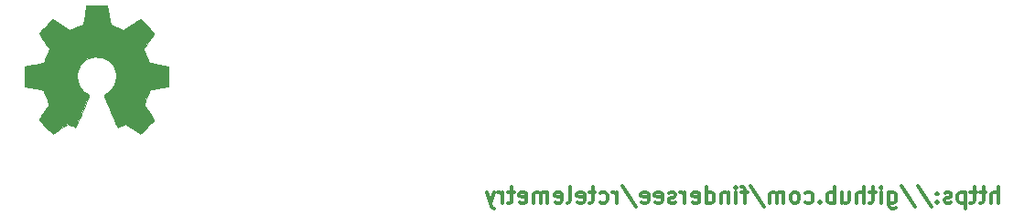
<source format=gbr>
%TF.GenerationSoftware,KiCad,Pcbnew,(5.0.0)*%
%TF.CreationDate,2019-05-29T21:58:33+03:00*%
%TF.ProjectId,Telemetry,54656C656D657472792E6B696361645F,0.1*%
%TF.SameCoordinates,Original*%
%TF.FileFunction,Legend,Bot*%
%TF.FilePolarity,Positive*%
%FSLAX46Y46*%
G04 Gerber Fmt 4.6, Leading zero omitted, Abs format (unit mm)*
G04 Created by KiCad (PCBNEW (5.0.0)) date 05/29/19 21:58:33*
%MOMM*%
%LPD*%
G01*
G04 APERTURE LIST*
%ADD10C,0.300000*%
%ADD11C,0.010000*%
%ADD12O,1.670000X1.120000*%
%ADD13O,1.070000X1.370000*%
%ADD14C,8.160000*%
%ADD15R,1.120000X1.120000*%
%ADD16O,1.120000X1.120000*%
%ADD17C,1.660000*%
%ADD18R,1.660000X1.660000*%
%ADD19R,1.200000X1.200000*%
%ADD20O,1.200000X1.200000*%
%ADD21R,2.392000X2.392000*%
%ADD22O,2.392000X2.392000*%
%ADD23O,2.060000X2.060000*%
%ADD24R,2.060000X2.060000*%
%ADD25R,2.160000X3.960000*%
%ADD26O,2.160000X3.960000*%
%ADD27C,1.860000*%
%ADD28O,6.360000X10.360000*%
%ADD29O,2.087200X2.087200*%
%ADD30R,2.087200X2.087200*%
%ADD31O,2.087200X2.392000*%
%ADD32R,2.087200X2.392000*%
%ADD33R,11.120000X9.520000*%
%ADD34C,3.560000*%
%ADD35C,2.358980*%
%ADD36R,1.360000X1.360000*%
%ADD37O,1.360000X1.360000*%
%ADD38C,1.560000*%
%ADD39C,1.160000*%
%ADD40C,1.010000*%
G04 APERTURE END LIST*
D10*
X151107142Y-117378571D02*
X151107142Y-115878571D01*
X150464285Y-117378571D02*
X150464285Y-116592857D01*
X150535714Y-116450000D01*
X150678571Y-116378571D01*
X150892857Y-116378571D01*
X151035714Y-116450000D01*
X151107142Y-116521428D01*
X149964285Y-116378571D02*
X149392857Y-116378571D01*
X149750000Y-115878571D02*
X149750000Y-117164285D01*
X149678571Y-117307142D01*
X149535714Y-117378571D01*
X149392857Y-117378571D01*
X149107142Y-116378571D02*
X148535714Y-116378571D01*
X148892857Y-115878571D02*
X148892857Y-117164285D01*
X148821428Y-117307142D01*
X148678571Y-117378571D01*
X148535714Y-117378571D01*
X148035714Y-116378571D02*
X148035714Y-117878571D01*
X148035714Y-116450000D02*
X147892857Y-116378571D01*
X147607142Y-116378571D01*
X147464285Y-116450000D01*
X147392857Y-116521428D01*
X147321428Y-116664285D01*
X147321428Y-117092857D01*
X147392857Y-117235714D01*
X147464285Y-117307142D01*
X147607142Y-117378571D01*
X147892857Y-117378571D01*
X148035714Y-117307142D01*
X146750000Y-117307142D02*
X146607142Y-117378571D01*
X146321428Y-117378571D01*
X146178571Y-117307142D01*
X146107142Y-117164285D01*
X146107142Y-117092857D01*
X146178571Y-116950000D01*
X146321428Y-116878571D01*
X146535714Y-116878571D01*
X146678571Y-116807142D01*
X146750000Y-116664285D01*
X146750000Y-116592857D01*
X146678571Y-116450000D01*
X146535714Y-116378571D01*
X146321428Y-116378571D01*
X146178571Y-116450000D01*
X145464285Y-117235714D02*
X145392857Y-117307142D01*
X145464285Y-117378571D01*
X145535714Y-117307142D01*
X145464285Y-117235714D01*
X145464285Y-117378571D01*
X145464285Y-116450000D02*
X145392857Y-116521428D01*
X145464285Y-116592857D01*
X145535714Y-116521428D01*
X145464285Y-116450000D01*
X145464285Y-116592857D01*
X143678571Y-115807142D02*
X144964285Y-117735714D01*
X142107142Y-115807142D02*
X143392857Y-117735714D01*
X140964285Y-116378571D02*
X140964285Y-117592857D01*
X141035714Y-117735714D01*
X141107142Y-117807142D01*
X141250000Y-117878571D01*
X141464285Y-117878571D01*
X141607142Y-117807142D01*
X140964285Y-117307142D02*
X141107142Y-117378571D01*
X141392857Y-117378571D01*
X141535714Y-117307142D01*
X141607142Y-117235714D01*
X141678571Y-117092857D01*
X141678571Y-116664285D01*
X141607142Y-116521428D01*
X141535714Y-116450000D01*
X141392857Y-116378571D01*
X141107142Y-116378571D01*
X140964285Y-116450000D01*
X140250000Y-117378571D02*
X140250000Y-116378571D01*
X140250000Y-115878571D02*
X140321428Y-115950000D01*
X140250000Y-116021428D01*
X140178571Y-115950000D01*
X140250000Y-115878571D01*
X140250000Y-116021428D01*
X139750000Y-116378571D02*
X139178571Y-116378571D01*
X139535714Y-115878571D02*
X139535714Y-117164285D01*
X139464285Y-117307142D01*
X139321428Y-117378571D01*
X139178571Y-117378571D01*
X138678571Y-117378571D02*
X138678571Y-115878571D01*
X138035714Y-117378571D02*
X138035714Y-116592857D01*
X138107142Y-116450000D01*
X138250000Y-116378571D01*
X138464285Y-116378571D01*
X138607142Y-116450000D01*
X138678571Y-116521428D01*
X136678571Y-116378571D02*
X136678571Y-117378571D01*
X137321428Y-116378571D02*
X137321428Y-117164285D01*
X137250000Y-117307142D01*
X137107142Y-117378571D01*
X136892857Y-117378571D01*
X136749999Y-117307142D01*
X136678571Y-117235714D01*
X135964285Y-117378571D02*
X135964285Y-115878571D01*
X135964285Y-116450000D02*
X135821428Y-116378571D01*
X135535714Y-116378571D01*
X135392857Y-116450000D01*
X135321428Y-116521428D01*
X135249999Y-116664285D01*
X135249999Y-117092857D01*
X135321428Y-117235714D01*
X135392857Y-117307142D01*
X135535714Y-117378571D01*
X135821428Y-117378571D01*
X135964285Y-117307142D01*
X134607142Y-117235714D02*
X134535714Y-117307142D01*
X134607142Y-117378571D01*
X134678571Y-117307142D01*
X134607142Y-117235714D01*
X134607142Y-117378571D01*
X133249999Y-117307142D02*
X133392857Y-117378571D01*
X133678571Y-117378571D01*
X133821428Y-117307142D01*
X133892857Y-117235714D01*
X133964285Y-117092857D01*
X133964285Y-116664285D01*
X133892857Y-116521428D01*
X133821428Y-116450000D01*
X133678571Y-116378571D01*
X133392857Y-116378571D01*
X133249999Y-116450000D01*
X132392857Y-117378571D02*
X132535714Y-117307142D01*
X132607142Y-117235714D01*
X132678571Y-117092857D01*
X132678571Y-116664285D01*
X132607142Y-116521428D01*
X132535714Y-116450000D01*
X132392857Y-116378571D01*
X132178571Y-116378571D01*
X132035714Y-116450000D01*
X131964285Y-116521428D01*
X131892857Y-116664285D01*
X131892857Y-117092857D01*
X131964285Y-117235714D01*
X132035714Y-117307142D01*
X132178571Y-117378571D01*
X132392857Y-117378571D01*
X131249999Y-117378571D02*
X131249999Y-116378571D01*
X131249999Y-116521428D02*
X131178571Y-116450000D01*
X131035714Y-116378571D01*
X130821428Y-116378571D01*
X130678571Y-116450000D01*
X130607142Y-116592857D01*
X130607142Y-117378571D01*
X130607142Y-116592857D02*
X130535714Y-116450000D01*
X130392857Y-116378571D01*
X130178571Y-116378571D01*
X130035714Y-116450000D01*
X129964285Y-116592857D01*
X129964285Y-117378571D01*
X128178571Y-115807142D02*
X129464285Y-117735714D01*
X127892857Y-116378571D02*
X127321428Y-116378571D01*
X127678571Y-117378571D02*
X127678571Y-116092857D01*
X127607142Y-115950000D01*
X127464285Y-115878571D01*
X127321428Y-115878571D01*
X126821428Y-117378571D02*
X126821428Y-116378571D01*
X126821428Y-115878571D02*
X126892857Y-115950000D01*
X126821428Y-116021428D01*
X126749999Y-115950000D01*
X126821428Y-115878571D01*
X126821428Y-116021428D01*
X126107142Y-116378571D02*
X126107142Y-117378571D01*
X126107142Y-116521428D02*
X126035714Y-116450000D01*
X125892857Y-116378571D01*
X125678571Y-116378571D01*
X125535714Y-116450000D01*
X125464285Y-116592857D01*
X125464285Y-117378571D01*
X124107142Y-117378571D02*
X124107142Y-115878571D01*
X124107142Y-117307142D02*
X124249999Y-117378571D01*
X124535714Y-117378571D01*
X124678571Y-117307142D01*
X124749999Y-117235714D01*
X124821428Y-117092857D01*
X124821428Y-116664285D01*
X124749999Y-116521428D01*
X124678571Y-116450000D01*
X124535714Y-116378571D01*
X124249999Y-116378571D01*
X124107142Y-116450000D01*
X122821428Y-117307142D02*
X122964285Y-117378571D01*
X123249999Y-117378571D01*
X123392857Y-117307142D01*
X123464285Y-117164285D01*
X123464285Y-116592857D01*
X123392857Y-116450000D01*
X123249999Y-116378571D01*
X122964285Y-116378571D01*
X122821428Y-116450000D01*
X122749999Y-116592857D01*
X122749999Y-116735714D01*
X123464285Y-116878571D01*
X122107142Y-117378571D02*
X122107142Y-116378571D01*
X122107142Y-116664285D02*
X122035714Y-116521428D01*
X121964285Y-116450000D01*
X121821428Y-116378571D01*
X121678571Y-116378571D01*
X121249999Y-117307142D02*
X121107142Y-117378571D01*
X120821428Y-117378571D01*
X120678571Y-117307142D01*
X120607142Y-117164285D01*
X120607142Y-117092857D01*
X120678571Y-116950000D01*
X120821428Y-116878571D01*
X121035714Y-116878571D01*
X121178571Y-116807142D01*
X121249999Y-116664285D01*
X121249999Y-116592857D01*
X121178571Y-116450000D01*
X121035714Y-116378571D01*
X120821428Y-116378571D01*
X120678571Y-116450000D01*
X119392857Y-117307142D02*
X119535714Y-117378571D01*
X119821428Y-117378571D01*
X119964285Y-117307142D01*
X120035714Y-117164285D01*
X120035714Y-116592857D01*
X119964285Y-116450000D01*
X119821428Y-116378571D01*
X119535714Y-116378571D01*
X119392857Y-116450000D01*
X119321428Y-116592857D01*
X119321428Y-116735714D01*
X120035714Y-116878571D01*
X118107142Y-117307142D02*
X118249999Y-117378571D01*
X118535714Y-117378571D01*
X118678571Y-117307142D01*
X118749999Y-117164285D01*
X118749999Y-116592857D01*
X118678571Y-116450000D01*
X118535714Y-116378571D01*
X118249999Y-116378571D01*
X118107142Y-116450000D01*
X118035714Y-116592857D01*
X118035714Y-116735714D01*
X118749999Y-116878571D01*
X116321428Y-115807142D02*
X117607142Y-117735714D01*
X115821428Y-117378571D02*
X115821428Y-116378571D01*
X115821428Y-116664285D02*
X115749999Y-116521428D01*
X115678571Y-116450000D01*
X115535714Y-116378571D01*
X115392857Y-116378571D01*
X114249999Y-117307142D02*
X114392857Y-117378571D01*
X114678571Y-117378571D01*
X114821428Y-117307142D01*
X114892857Y-117235714D01*
X114964285Y-117092857D01*
X114964285Y-116664285D01*
X114892857Y-116521428D01*
X114821428Y-116450000D01*
X114678571Y-116378571D01*
X114392857Y-116378571D01*
X114249999Y-116450000D01*
X113821428Y-116378571D02*
X113249999Y-116378571D01*
X113607142Y-115878571D02*
X113607142Y-117164285D01*
X113535714Y-117307142D01*
X113392857Y-117378571D01*
X113249999Y-117378571D01*
X112178571Y-117307142D02*
X112321428Y-117378571D01*
X112607142Y-117378571D01*
X112749999Y-117307142D01*
X112821428Y-117164285D01*
X112821428Y-116592857D01*
X112749999Y-116450000D01*
X112607142Y-116378571D01*
X112321428Y-116378571D01*
X112178571Y-116450000D01*
X112107142Y-116592857D01*
X112107142Y-116735714D01*
X112821428Y-116878571D01*
X111249999Y-117378571D02*
X111392857Y-117307142D01*
X111464285Y-117164285D01*
X111464285Y-115878571D01*
X110107142Y-117307142D02*
X110249999Y-117378571D01*
X110535714Y-117378571D01*
X110678571Y-117307142D01*
X110749999Y-117164285D01*
X110749999Y-116592857D01*
X110678571Y-116450000D01*
X110535714Y-116378571D01*
X110249999Y-116378571D01*
X110107142Y-116450000D01*
X110035714Y-116592857D01*
X110035714Y-116735714D01*
X110749999Y-116878571D01*
X109392857Y-117378571D02*
X109392857Y-116378571D01*
X109392857Y-116521428D02*
X109321428Y-116450000D01*
X109178571Y-116378571D01*
X108964285Y-116378571D01*
X108821428Y-116450000D01*
X108749999Y-116592857D01*
X108749999Y-117378571D01*
X108749999Y-116592857D02*
X108678571Y-116450000D01*
X108535714Y-116378571D01*
X108321428Y-116378571D01*
X108178571Y-116450000D01*
X108107142Y-116592857D01*
X108107142Y-117378571D01*
X106821428Y-117307142D02*
X106964285Y-117378571D01*
X107249999Y-117378571D01*
X107392857Y-117307142D01*
X107464285Y-117164285D01*
X107464285Y-116592857D01*
X107392857Y-116450000D01*
X107249999Y-116378571D01*
X106964285Y-116378571D01*
X106821428Y-116450000D01*
X106749999Y-116592857D01*
X106749999Y-116735714D01*
X107464285Y-116878571D01*
X106321428Y-116378571D02*
X105749999Y-116378571D01*
X106107142Y-115878571D02*
X106107142Y-117164285D01*
X106035714Y-117307142D01*
X105892857Y-117378571D01*
X105749999Y-117378571D01*
X105249999Y-117378571D02*
X105249999Y-116378571D01*
X105249999Y-116664285D02*
X105178571Y-116521428D01*
X105107142Y-116450000D01*
X104964285Y-116378571D01*
X104821428Y-116378571D01*
X104464285Y-116378571D02*
X104107142Y-117378571D01*
X103749999Y-116378571D02*
X104107142Y-117378571D01*
X104249999Y-117735714D01*
X104321428Y-117807142D01*
X104464285Y-117878571D01*
D11*
G36*
X66580197Y-99900640D02*
X66411324Y-100796427D01*
X65788204Y-101053298D01*
X65165084Y-101310168D01*
X64417547Y-100801849D01*
X64208198Y-100660316D01*
X64018957Y-100533945D01*
X63858657Y-100428507D01*
X63736126Y-100349770D01*
X63660198Y-100303505D01*
X63639520Y-100293529D01*
X63602269Y-100319186D01*
X63522668Y-100390115D01*
X63409639Y-100497257D01*
X63272105Y-100631550D01*
X63118988Y-100783934D01*
X62959211Y-100945347D01*
X62801695Y-101106730D01*
X62655363Y-101259022D01*
X62529137Y-101393162D01*
X62431940Y-101500089D01*
X62372693Y-101570742D01*
X62358529Y-101594388D01*
X62378913Y-101637979D01*
X62436059Y-101733481D01*
X62523959Y-101871550D01*
X62636604Y-102042845D01*
X62767987Y-102238025D01*
X62844118Y-102349352D01*
X62982882Y-102552633D01*
X63106189Y-102736073D01*
X63208055Y-102890542D01*
X63282499Y-103006909D01*
X63323539Y-103076042D01*
X63329706Y-103090570D01*
X63315726Y-103131860D01*
X63277618Y-103228092D01*
X63221133Y-103365734D01*
X63152020Y-103531258D01*
X63076030Y-103711132D01*
X62998911Y-103891828D01*
X62926415Y-104059814D01*
X62864291Y-104201560D01*
X62818288Y-104303537D01*
X62794157Y-104352214D01*
X62792733Y-104354130D01*
X62754842Y-104363425D01*
X62653931Y-104384160D01*
X62500460Y-104414298D01*
X62304888Y-104451801D01*
X62077675Y-104494629D01*
X61945109Y-104519326D01*
X61702321Y-104565553D01*
X61483026Y-104609540D01*
X61298319Y-104648881D01*
X61159295Y-104681169D01*
X61077048Y-104703997D01*
X61060515Y-104711240D01*
X61044322Y-104760261D01*
X61031256Y-104870977D01*
X61021309Y-105030438D01*
X61014472Y-105225700D01*
X61010736Y-105443814D01*
X61010093Y-105671835D01*
X61012532Y-105896815D01*
X61018047Y-106105809D01*
X61026626Y-106285868D01*
X61038263Y-106424047D01*
X61052948Y-106507398D01*
X61061755Y-106524750D01*
X61114401Y-106545548D01*
X61225957Y-106575282D01*
X61381665Y-106610459D01*
X61566771Y-106647586D01*
X61631387Y-106659597D01*
X61942929Y-106716662D01*
X62189024Y-106762618D01*
X62377805Y-106799293D01*
X62517402Y-106828513D01*
X62615948Y-106852104D01*
X62681574Y-106871892D01*
X62722411Y-106889706D01*
X62746591Y-106907370D01*
X62749974Y-106910861D01*
X62783745Y-106967100D01*
X62835263Y-107076547D01*
X62899383Y-107225800D01*
X62970961Y-107401459D01*
X63044854Y-107590121D01*
X63115917Y-107778385D01*
X63179007Y-107952848D01*
X63228979Y-108100108D01*
X63260688Y-108206764D01*
X63268992Y-108259413D01*
X63268300Y-108261257D01*
X63240164Y-108304292D01*
X63176335Y-108398978D01*
X63083520Y-108535460D01*
X62968427Y-108703882D01*
X62837763Y-108894390D01*
X62800552Y-108948529D01*
X62667871Y-109144804D01*
X62551117Y-109323886D01*
X62456651Y-109475492D01*
X62390832Y-109589338D01*
X62360022Y-109655141D01*
X62358529Y-109663225D01*
X62384416Y-109705715D01*
X62455946Y-109789891D01*
X62563924Y-109906705D01*
X62699154Y-110047110D01*
X62852442Y-110202061D01*
X63014591Y-110362509D01*
X63176407Y-110519409D01*
X63328694Y-110663713D01*
X63462257Y-110786376D01*
X63567900Y-110878350D01*
X63636428Y-110930589D01*
X63655386Y-110939118D01*
X63699513Y-110919029D01*
X63789858Y-110864849D01*
X63911705Y-110785704D01*
X64005454Y-110722001D01*
X64175322Y-110605110D01*
X64376488Y-110467476D01*
X64578267Y-110330063D01*
X64686750Y-110256519D01*
X65053942Y-110008155D01*
X65362174Y-110174813D01*
X65502596Y-110247822D01*
X65622004Y-110304571D01*
X65702798Y-110336937D01*
X65723364Y-110341441D01*
X65748094Y-110308189D01*
X65796882Y-110214224D01*
X65866087Y-110068213D01*
X65952065Y-109878824D01*
X66051176Y-109654724D01*
X66159776Y-109404581D01*
X66274225Y-109137063D01*
X66390880Y-108860836D01*
X66506099Y-108584568D01*
X66616240Y-108316927D01*
X66717661Y-108066580D01*
X66806720Y-107842195D01*
X66879775Y-107652439D01*
X66933184Y-107505980D01*
X66963305Y-107411485D01*
X66968149Y-107379031D01*
X66929755Y-107337636D01*
X66845692Y-107270438D01*
X66733533Y-107191400D01*
X66724119Y-107185147D01*
X66434232Y-106953103D01*
X66200488Y-106682386D01*
X66024913Y-106381653D01*
X65909531Y-106059561D01*
X65856370Y-105724765D01*
X65867453Y-105385922D01*
X65944808Y-105051688D01*
X66090460Y-104730719D01*
X66133312Y-104660495D01*
X66356198Y-104376927D01*
X66619509Y-104149218D01*
X66914135Y-103978551D01*
X67230959Y-103866112D01*
X67560870Y-103813083D01*
X67894754Y-103820651D01*
X68223497Y-103889998D01*
X68537986Y-104022309D01*
X68829107Y-104218768D01*
X68919160Y-104298506D01*
X69148347Y-104548108D01*
X69315354Y-104810868D01*
X69429915Y-105105399D01*
X69493719Y-105397075D01*
X69509470Y-105725012D01*
X69456949Y-106054577D01*
X69341490Y-106374630D01*
X69168429Y-106674032D01*
X68943101Y-106941643D01*
X68670840Y-107166325D01*
X68635058Y-107190008D01*
X68521698Y-107267568D01*
X68435522Y-107334768D01*
X68394323Y-107377675D01*
X68393724Y-107379031D01*
X68402569Y-107425446D01*
X68437631Y-107530786D01*
X68495267Y-107686388D01*
X68571834Y-107883584D01*
X68663686Y-108113710D01*
X68767183Y-108368101D01*
X68878679Y-108638090D01*
X68994532Y-108915012D01*
X69111097Y-109190201D01*
X69224733Y-109454993D01*
X69331794Y-109700721D01*
X69428638Y-109918721D01*
X69511621Y-110100326D01*
X69577099Y-110236871D01*
X69621431Y-110319690D01*
X69639283Y-110341441D01*
X69693834Y-110324504D01*
X69795905Y-110279077D01*
X69927895Y-110213280D01*
X70000474Y-110174813D01*
X70308705Y-110008155D01*
X70675897Y-110256519D01*
X70863340Y-110383754D01*
X71068557Y-110523773D01*
X71260867Y-110655612D01*
X71357193Y-110722001D01*
X71492673Y-110812976D01*
X71607393Y-110885071D01*
X71686388Y-110929154D01*
X71712046Y-110938473D01*
X71749391Y-110913334D01*
X71832042Y-110843154D01*
X71951985Y-110735220D01*
X72101209Y-110596818D01*
X72271699Y-110435235D01*
X72379526Y-110331488D01*
X72568172Y-110146135D01*
X72731205Y-109980351D01*
X72862032Y-109841227D01*
X72954065Y-109735856D01*
X73000713Y-109671329D01*
X73005188Y-109658234D01*
X72984420Y-109608425D01*
X72927031Y-109507713D01*
X72839387Y-109366295D01*
X72727854Y-109194367D01*
X72598797Y-109002124D01*
X72562096Y-108948529D01*
X72428368Y-108753733D01*
X72308393Y-108578353D01*
X72208879Y-108432243D01*
X72136533Y-108325258D01*
X72098064Y-108267255D01*
X72094347Y-108261257D01*
X72099905Y-108215032D01*
X72129407Y-108113398D01*
X72177709Y-107969758D01*
X72239667Y-107797514D01*
X72310137Y-107610066D01*
X72383975Y-107420818D01*
X72456037Y-107243171D01*
X72521178Y-107090527D01*
X72574255Y-106976288D01*
X72610123Y-106913856D01*
X72612673Y-106910861D01*
X72634606Y-106893019D01*
X72671652Y-106875374D01*
X72731941Y-106856101D01*
X72823604Y-106833374D01*
X72954774Y-106805364D01*
X73133582Y-106770247D01*
X73368158Y-106726195D01*
X73666635Y-106671382D01*
X73731260Y-106659597D01*
X73922794Y-106622591D01*
X74089769Y-106586389D01*
X74217432Y-106554485D01*
X74291024Y-106530372D01*
X74300892Y-106524750D01*
X74317153Y-106474910D01*
X74330370Y-106363532D01*
X74340536Y-106203563D01*
X74347640Y-106007950D01*
X74351674Y-105789640D01*
X74352630Y-105561579D01*
X74350498Y-105336714D01*
X74345269Y-105127991D01*
X74336935Y-104948358D01*
X74325487Y-104810762D01*
X74310916Y-104728148D01*
X74302132Y-104711240D01*
X74253230Y-104694184D01*
X74141873Y-104666436D01*
X73979156Y-104630403D01*
X73776174Y-104588493D01*
X73544021Y-104543111D01*
X73417538Y-104519326D01*
X73177555Y-104474465D01*
X72963549Y-104433825D01*
X72785978Y-104399446D01*
X72655302Y-104373365D01*
X72581982Y-104357621D01*
X72569915Y-104354130D01*
X72549519Y-104314779D01*
X72506406Y-104219993D01*
X72446321Y-104083315D01*
X72375013Y-103918286D01*
X72298227Y-103738447D01*
X72221710Y-103557340D01*
X72151210Y-103388507D01*
X72092473Y-103245488D01*
X72051246Y-103141826D01*
X72033276Y-103091061D01*
X72032941Y-103088842D01*
X72053313Y-103048796D01*
X72110427Y-102956639D01*
X72198279Y-102821533D01*
X72310867Y-102652635D01*
X72442189Y-102459105D01*
X72518529Y-102347941D01*
X72657636Y-102144116D01*
X72781188Y-101959063D01*
X72883158Y-101802146D01*
X72957517Y-101682724D01*
X72998237Y-101610160D01*
X73004118Y-101593893D01*
X72978837Y-101556030D01*
X72908948Y-101475186D01*
X72803377Y-101360419D01*
X72671052Y-101220785D01*
X72520901Y-101065342D01*
X72361852Y-100903146D01*
X72202833Y-100743254D01*
X72052771Y-100594724D01*
X71920594Y-100466613D01*
X71815230Y-100367977D01*
X71745607Y-100307873D01*
X71722315Y-100293529D01*
X71684390Y-100313699D01*
X71593683Y-100370363D01*
X71459011Y-100457753D01*
X71289195Y-100570100D01*
X71093054Y-100701638D01*
X70945100Y-100801849D01*
X70197564Y-101310168D01*
X69574444Y-101053298D01*
X68951324Y-100796427D01*
X68613576Y-99004853D01*
X66749071Y-99004853D01*
X66580197Y-99900640D01*
X66580197Y-99900640D01*
G37*
X66580197Y-99900640D02*
X66411324Y-100796427D01*
X65788204Y-101053298D01*
X65165084Y-101310168D01*
X64417547Y-100801849D01*
X64208198Y-100660316D01*
X64018957Y-100533945D01*
X63858657Y-100428507D01*
X63736126Y-100349770D01*
X63660198Y-100303505D01*
X63639520Y-100293529D01*
X63602269Y-100319186D01*
X63522668Y-100390115D01*
X63409639Y-100497257D01*
X63272105Y-100631550D01*
X63118988Y-100783934D01*
X62959211Y-100945347D01*
X62801695Y-101106730D01*
X62655363Y-101259022D01*
X62529137Y-101393162D01*
X62431940Y-101500089D01*
X62372693Y-101570742D01*
X62358529Y-101594388D01*
X62378913Y-101637979D01*
X62436059Y-101733481D01*
X62523959Y-101871550D01*
X62636604Y-102042845D01*
X62767987Y-102238025D01*
X62844118Y-102349352D01*
X62982882Y-102552633D01*
X63106189Y-102736073D01*
X63208055Y-102890542D01*
X63282499Y-103006909D01*
X63323539Y-103076042D01*
X63329706Y-103090570D01*
X63315726Y-103131860D01*
X63277618Y-103228092D01*
X63221133Y-103365734D01*
X63152020Y-103531258D01*
X63076030Y-103711132D01*
X62998911Y-103891828D01*
X62926415Y-104059814D01*
X62864291Y-104201560D01*
X62818288Y-104303537D01*
X62794157Y-104352214D01*
X62792733Y-104354130D01*
X62754842Y-104363425D01*
X62653931Y-104384160D01*
X62500460Y-104414298D01*
X62304888Y-104451801D01*
X62077675Y-104494629D01*
X61945109Y-104519326D01*
X61702321Y-104565553D01*
X61483026Y-104609540D01*
X61298319Y-104648881D01*
X61159295Y-104681169D01*
X61077048Y-104703997D01*
X61060515Y-104711240D01*
X61044322Y-104760261D01*
X61031256Y-104870977D01*
X61021309Y-105030438D01*
X61014472Y-105225700D01*
X61010736Y-105443814D01*
X61010093Y-105671835D01*
X61012532Y-105896815D01*
X61018047Y-106105809D01*
X61026626Y-106285868D01*
X61038263Y-106424047D01*
X61052948Y-106507398D01*
X61061755Y-106524750D01*
X61114401Y-106545548D01*
X61225957Y-106575282D01*
X61381665Y-106610459D01*
X61566771Y-106647586D01*
X61631387Y-106659597D01*
X61942929Y-106716662D01*
X62189024Y-106762618D01*
X62377805Y-106799293D01*
X62517402Y-106828513D01*
X62615948Y-106852104D01*
X62681574Y-106871892D01*
X62722411Y-106889706D01*
X62746591Y-106907370D01*
X62749974Y-106910861D01*
X62783745Y-106967100D01*
X62835263Y-107076547D01*
X62899383Y-107225800D01*
X62970961Y-107401459D01*
X63044854Y-107590121D01*
X63115917Y-107778385D01*
X63179007Y-107952848D01*
X63228979Y-108100108D01*
X63260688Y-108206764D01*
X63268992Y-108259413D01*
X63268300Y-108261257D01*
X63240164Y-108304292D01*
X63176335Y-108398978D01*
X63083520Y-108535460D01*
X62968427Y-108703882D01*
X62837763Y-108894390D01*
X62800552Y-108948529D01*
X62667871Y-109144804D01*
X62551117Y-109323886D01*
X62456651Y-109475492D01*
X62390832Y-109589338D01*
X62360022Y-109655141D01*
X62358529Y-109663225D01*
X62384416Y-109705715D01*
X62455946Y-109789891D01*
X62563924Y-109906705D01*
X62699154Y-110047110D01*
X62852442Y-110202061D01*
X63014591Y-110362509D01*
X63176407Y-110519409D01*
X63328694Y-110663713D01*
X63462257Y-110786376D01*
X63567900Y-110878350D01*
X63636428Y-110930589D01*
X63655386Y-110939118D01*
X63699513Y-110919029D01*
X63789858Y-110864849D01*
X63911705Y-110785704D01*
X64005454Y-110722001D01*
X64175322Y-110605110D01*
X64376488Y-110467476D01*
X64578267Y-110330063D01*
X64686750Y-110256519D01*
X65053942Y-110008155D01*
X65362174Y-110174813D01*
X65502596Y-110247822D01*
X65622004Y-110304571D01*
X65702798Y-110336937D01*
X65723364Y-110341441D01*
X65748094Y-110308189D01*
X65796882Y-110214224D01*
X65866087Y-110068213D01*
X65952065Y-109878824D01*
X66051176Y-109654724D01*
X66159776Y-109404581D01*
X66274225Y-109137063D01*
X66390880Y-108860836D01*
X66506099Y-108584568D01*
X66616240Y-108316927D01*
X66717661Y-108066580D01*
X66806720Y-107842195D01*
X66879775Y-107652439D01*
X66933184Y-107505980D01*
X66963305Y-107411485D01*
X66968149Y-107379031D01*
X66929755Y-107337636D01*
X66845692Y-107270438D01*
X66733533Y-107191400D01*
X66724119Y-107185147D01*
X66434232Y-106953103D01*
X66200488Y-106682386D01*
X66024913Y-106381653D01*
X65909531Y-106059561D01*
X65856370Y-105724765D01*
X65867453Y-105385922D01*
X65944808Y-105051688D01*
X66090460Y-104730719D01*
X66133312Y-104660495D01*
X66356198Y-104376927D01*
X66619509Y-104149218D01*
X66914135Y-103978551D01*
X67230959Y-103866112D01*
X67560870Y-103813083D01*
X67894754Y-103820651D01*
X68223497Y-103889998D01*
X68537986Y-104022309D01*
X68829107Y-104218768D01*
X68919160Y-104298506D01*
X69148347Y-104548108D01*
X69315354Y-104810868D01*
X69429915Y-105105399D01*
X69493719Y-105397075D01*
X69509470Y-105725012D01*
X69456949Y-106054577D01*
X69341490Y-106374630D01*
X69168429Y-106674032D01*
X68943101Y-106941643D01*
X68670840Y-107166325D01*
X68635058Y-107190008D01*
X68521698Y-107267568D01*
X68435522Y-107334768D01*
X68394323Y-107377675D01*
X68393724Y-107379031D01*
X68402569Y-107425446D01*
X68437631Y-107530786D01*
X68495267Y-107686388D01*
X68571834Y-107883584D01*
X68663686Y-108113710D01*
X68767183Y-108368101D01*
X68878679Y-108638090D01*
X68994532Y-108915012D01*
X69111097Y-109190201D01*
X69224733Y-109454993D01*
X69331794Y-109700721D01*
X69428638Y-109918721D01*
X69511621Y-110100326D01*
X69577099Y-110236871D01*
X69621431Y-110319690D01*
X69639283Y-110341441D01*
X69693834Y-110324504D01*
X69795905Y-110279077D01*
X69927895Y-110213280D01*
X70000474Y-110174813D01*
X70308705Y-110008155D01*
X70675897Y-110256519D01*
X70863340Y-110383754D01*
X71068557Y-110523773D01*
X71260867Y-110655612D01*
X71357193Y-110722001D01*
X71492673Y-110812976D01*
X71607393Y-110885071D01*
X71686388Y-110929154D01*
X71712046Y-110938473D01*
X71749391Y-110913334D01*
X71832042Y-110843154D01*
X71951985Y-110735220D01*
X72101209Y-110596818D01*
X72271699Y-110435235D01*
X72379526Y-110331488D01*
X72568172Y-110146135D01*
X72731205Y-109980351D01*
X72862032Y-109841227D01*
X72954065Y-109735856D01*
X73000713Y-109671329D01*
X73005188Y-109658234D01*
X72984420Y-109608425D01*
X72927031Y-109507713D01*
X72839387Y-109366295D01*
X72727854Y-109194367D01*
X72598797Y-109002124D01*
X72562096Y-108948529D01*
X72428368Y-108753733D01*
X72308393Y-108578353D01*
X72208879Y-108432243D01*
X72136533Y-108325258D01*
X72098064Y-108267255D01*
X72094347Y-108261257D01*
X72099905Y-108215032D01*
X72129407Y-108113398D01*
X72177709Y-107969758D01*
X72239667Y-107797514D01*
X72310137Y-107610066D01*
X72383975Y-107420818D01*
X72456037Y-107243171D01*
X72521178Y-107090527D01*
X72574255Y-106976288D01*
X72610123Y-106913856D01*
X72612673Y-106910861D01*
X72634606Y-106893019D01*
X72671652Y-106875374D01*
X72731941Y-106856101D01*
X72823604Y-106833374D01*
X72954774Y-106805364D01*
X73133582Y-106770247D01*
X73368158Y-106726195D01*
X73666635Y-106671382D01*
X73731260Y-106659597D01*
X73922794Y-106622591D01*
X74089769Y-106586389D01*
X74217432Y-106554485D01*
X74291024Y-106530372D01*
X74300892Y-106524750D01*
X74317153Y-106474910D01*
X74330370Y-106363532D01*
X74340536Y-106203563D01*
X74347640Y-106007950D01*
X74351674Y-105789640D01*
X74352630Y-105561579D01*
X74350498Y-105336714D01*
X74345269Y-105127991D01*
X74336935Y-104948358D01*
X74325487Y-104810762D01*
X74310916Y-104728148D01*
X74302132Y-104711240D01*
X74253230Y-104694184D01*
X74141873Y-104666436D01*
X73979156Y-104630403D01*
X73776174Y-104588493D01*
X73544021Y-104543111D01*
X73417538Y-104519326D01*
X73177555Y-104474465D01*
X72963549Y-104433825D01*
X72785978Y-104399446D01*
X72655302Y-104373365D01*
X72581982Y-104357621D01*
X72569915Y-104354130D01*
X72549519Y-104314779D01*
X72506406Y-104219993D01*
X72446321Y-104083315D01*
X72375013Y-103918286D01*
X72298227Y-103738447D01*
X72221710Y-103557340D01*
X72151210Y-103388507D01*
X72092473Y-103245488D01*
X72051246Y-103141826D01*
X72033276Y-103091061D01*
X72032941Y-103088842D01*
X72053313Y-103048796D01*
X72110427Y-102956639D01*
X72198279Y-102821533D01*
X72310867Y-102652635D01*
X72442189Y-102459105D01*
X72518529Y-102347941D01*
X72657636Y-102144116D01*
X72781188Y-101959063D01*
X72883158Y-101802146D01*
X72957517Y-101682724D01*
X72998237Y-101610160D01*
X73004118Y-101593893D01*
X72978837Y-101556030D01*
X72908948Y-101475186D01*
X72803377Y-101360419D01*
X72671052Y-101220785D01*
X72520901Y-101065342D01*
X72361852Y-100903146D01*
X72202833Y-100743254D01*
X72052771Y-100594724D01*
X71920594Y-100466613D01*
X71815230Y-100367977D01*
X71745607Y-100307873D01*
X71722315Y-100293529D01*
X71684390Y-100313699D01*
X71593683Y-100370363D01*
X71459011Y-100457753D01*
X71289195Y-100570100D01*
X71093054Y-100701638D01*
X70945100Y-100801849D01*
X70197564Y-101310168D01*
X69574444Y-101053298D01*
X68951324Y-100796427D01*
X68613576Y-99004853D01*
X66749071Y-99004853D01*
X66580197Y-99900640D01*
%LPC*%
D12*
X155350000Y-52425000D03*
X155350000Y-59675000D03*
D13*
X152670000Y-53625000D03*
X152670000Y-58475000D03*
D14*
X115100000Y-46400000D03*
X105100000Y-46400000D03*
X83100000Y-46400000D03*
X73100000Y-46400000D03*
X65000000Y-73500000D03*
X65000000Y-83500000D03*
D15*
X129100000Y-57100000D03*
D16*
X129100000Y-55830000D03*
D17*
X117300000Y-105450000D03*
D18*
X114800000Y-105450000D03*
D19*
X127000000Y-51300000D03*
D20*
X128270000Y-51300000D03*
D21*
X138300000Y-59400000D03*
D22*
X135760000Y-59400000D03*
X149250000Y-67640000D03*
D21*
X149250000Y-65100000D03*
D23*
X148450000Y-107290000D03*
D24*
X148450000Y-104750000D03*
D23*
X148450000Y-100590000D03*
D24*
X148450000Y-98050000D03*
D23*
X148450000Y-93850000D03*
D24*
X148450000Y-91310000D03*
D25*
X77300000Y-115000000D03*
D26*
X81110000Y-115000000D03*
D24*
X148450000Y-84800000D03*
D23*
X148450000Y-87340000D03*
D24*
X148450000Y-78100000D03*
D23*
X148450000Y-80640000D03*
D24*
X148450000Y-71500000D03*
D23*
X148450000Y-74040000D03*
D27*
X118500000Y-58910000D03*
X118500000Y-55090000D03*
X118500000Y-57000000D03*
D28*
X97100000Y-51500000D03*
X97100000Y-62500000D03*
D27*
X86500000Y-58910000D03*
X86500000Y-55090000D03*
X86500000Y-57000000D03*
D28*
X65100000Y-51500000D03*
X65100000Y-62500000D03*
D26*
X91210000Y-115000000D03*
D25*
X87400000Y-115000000D03*
D29*
X137680000Y-47310000D03*
X137680000Y-49850000D03*
X135140000Y-47310000D03*
X135140000Y-49850000D03*
X132600000Y-47310000D03*
D30*
X132600000Y-49850000D03*
D18*
X110500000Y-82000000D03*
D17*
X108000000Y-82000000D03*
D18*
X110400000Y-73700000D03*
D17*
X107900000Y-73700000D03*
X88300000Y-76800000D03*
D18*
X90800000Y-76800000D03*
D29*
X155290000Y-67630000D03*
X152750000Y-67630000D03*
X155290000Y-65090000D03*
X152750000Y-65090000D03*
X155290000Y-62550000D03*
D30*
X152750000Y-62550000D03*
D31*
X137480000Y-67350000D03*
X140020000Y-67350000D03*
X142560000Y-67350000D03*
D32*
X145100000Y-67350000D03*
D33*
X99375000Y-74400000D03*
D30*
X132600000Y-55700000D03*
D29*
X132600000Y-53160000D03*
X135140000Y-55700000D03*
X135140000Y-53160000D03*
X137680000Y-55700000D03*
X137680000Y-53160000D03*
X140220000Y-55700000D03*
X140220000Y-53160000D03*
X142760000Y-55700000D03*
X142760000Y-53160000D03*
X145300000Y-55700000D03*
X145300000Y-53160000D03*
D34*
X64000000Y-42000000D03*
X64000000Y-116000000D03*
X156000000Y-42000000D03*
X156000000Y-116000000D03*
D24*
X119200000Y-82000000D03*
D23*
X119200000Y-84540000D03*
D35*
X140840000Y-44000000D03*
X143380000Y-44000000D03*
X148460000Y-44000000D03*
X151000000Y-44000000D03*
X145920000Y-44000000D03*
D36*
X150970000Y-48100000D03*
D37*
X149700000Y-48100000D03*
D38*
X99400000Y-78300000D03*
X99400000Y-70300000D03*
X104150000Y-74400000D03*
X94600000Y-74400000D03*
X94600000Y-78450000D03*
X94600000Y-70300000D03*
D39*
X116850000Y-77200000D03*
D38*
X104150000Y-70300000D03*
X104150000Y-78450000D03*
D40*
X131000000Y-70700000D03*
X131456193Y-63272459D03*
X141800000Y-62700000D03*
D39*
X126725003Y-59100000D03*
X86320000Y-86490000D03*
X84000000Y-81800000D03*
X72000000Y-78700000D03*
X70500000Y-77100000D03*
X74700000Y-70200000D03*
X85100000Y-70800000D03*
X90700000Y-73300000D03*
X93300000Y-101400000D03*
X74800000Y-109800000D03*
X61100000Y-79500000D03*
D38*
X140100000Y-88500000D03*
X140200000Y-94800000D03*
X139800000Y-101700000D03*
X139900000Y-108300000D03*
X143100000Y-102900000D03*
X143200000Y-96300000D03*
X143400000Y-89800000D03*
X143300000Y-82900000D03*
X139900000Y-81700000D03*
X143500000Y-76500000D03*
X140470000Y-76280000D03*
X145200000Y-75800000D03*
X145200000Y-82400000D03*
X145000000Y-89100000D03*
X145000000Y-95800000D03*
X145000000Y-102500000D03*
X145400000Y-109000000D03*
X143300000Y-109800000D03*
X82700000Y-98000000D03*
X73400000Y-97900000D03*
X85500000Y-103000000D03*
X75500000Y-103400000D03*
X81400000Y-101300000D03*
X80100000Y-101300000D03*
X78800000Y-101300000D03*
X88800000Y-101300000D03*
X90100000Y-101300000D03*
X91400000Y-101300000D03*
D40*
X124900000Y-98900000D03*
X133900000Y-81500000D03*
D38*
X112100000Y-108400000D03*
X103700000Y-106900000D03*
D39*
X123800000Y-95000000D03*
X123000000Y-95500000D03*
X120900000Y-101500000D03*
X120900000Y-102400000D03*
X121800000Y-101900000D03*
X108100000Y-104000000D03*
D40*
X123300000Y-101900000D03*
X124200000Y-74800000D03*
X122500000Y-79300000D03*
X130600000Y-87750000D03*
D38*
X130700000Y-110600000D03*
X130700000Y-108350000D03*
X126400000Y-108550000D03*
X126400000Y-110600000D03*
D40*
X121150000Y-88100000D03*
X89400000Y-40250000D03*
X91150000Y-44900000D03*
X89350000Y-48400000D03*
X91000000Y-52850000D03*
X89900000Y-54400000D03*
X123850000Y-47300000D03*
X121950000Y-42850000D03*
X123600000Y-54900000D03*
X122100000Y-56800000D03*
X121650000Y-48400000D03*
X123150000Y-41450000D03*
X117400000Y-67560000D03*
X118010000Y-68500000D03*
X122910916Y-65270984D03*
X129440000Y-75740000D03*
X125820000Y-93740000D03*
D38*
X105900000Y-70200000D03*
X105900000Y-74400000D03*
X105900000Y-78500000D03*
X105900000Y-77100000D03*
X105900000Y-75800000D03*
X105900000Y-73000000D03*
X105900000Y-71600000D03*
D40*
X125800000Y-59100000D03*
X129700000Y-51500000D03*
X133000000Y-69350000D03*
D38*
X127300000Y-94700000D03*
X128600000Y-94700000D03*
X130000000Y-94700000D03*
X131400000Y-94700000D03*
D40*
X136000000Y-62800000D03*
D39*
X119800000Y-73200000D03*
X117400000Y-62800000D03*
X122900000Y-61900000D03*
D40*
X128400000Y-79500000D03*
X139249861Y-45125000D03*
X121960000Y-67450000D03*
X122870000Y-66120000D03*
D38*
X92400000Y-58500000D03*
X85900000Y-94700000D03*
X81800000Y-96300000D03*
X108100000Y-109800000D03*
X106100000Y-110000000D03*
X69600000Y-62500000D03*
X69600000Y-61000000D03*
X69600000Y-59400000D03*
X69600000Y-64000000D03*
X68600000Y-58000000D03*
X69600000Y-65500000D03*
X68500000Y-66900000D03*
X92400000Y-62400000D03*
X92400000Y-61100000D03*
X92400000Y-59800000D03*
X92400000Y-63700000D03*
X92400000Y-65000000D03*
X68499999Y-70000001D03*
X68500000Y-77000000D03*
X70400000Y-73600000D03*
X69950000Y-71600000D03*
X69800000Y-75500000D03*
X110400000Y-75500000D03*
X110400000Y-76900000D03*
X110400000Y-78400000D03*
X110400000Y-79800000D03*
X111800000Y-79800000D03*
X111800000Y-78400000D03*
X111800000Y-76900000D03*
X111800000Y-75500000D03*
D40*
X123060135Y-94104774D03*
X77600000Y-74450000D03*
X111400000Y-69100000D03*
D39*
X90750000Y-57100000D03*
D38*
X116050000Y-72600000D03*
D40*
X94200000Y-40250000D03*
X126500000Y-44450000D03*
X126500000Y-86400000D03*
X131262902Y-65031998D03*
X128600000Y-81800000D03*
X127300000Y-73800000D03*
X129700000Y-74700000D03*
X135900000Y-66000000D03*
X139600000Y-72700000D03*
D38*
X65200000Y-45400000D03*
X66700000Y-45500000D03*
X63700000Y-45500000D03*
X69400000Y-51400000D03*
X69400000Y-52800000D03*
X69400000Y-54200000D03*
X69400000Y-50000000D03*
X101300000Y-52300000D03*
X101300000Y-49500000D03*
X101300000Y-53700000D03*
X101300000Y-50900000D03*
X95700000Y-45500000D03*
X98700000Y-45500000D03*
X97200000Y-45400000D03*
D40*
X126075000Y-61900000D03*
X133816699Y-75583496D03*
X130440380Y-67059620D03*
X136100000Y-65100000D03*
X134500000Y-62800000D03*
X132975000Y-74000000D03*
X128100000Y-64500000D03*
X133650000Y-74750000D03*
X127425000Y-61920000D03*
X134900000Y-76500000D03*
X129480760Y-67019240D03*
X87300000Y-49800000D03*
X125500000Y-67700000D03*
X121636330Y-51386330D03*
X125500000Y-71100000D03*
X101900000Y-108400000D03*
X150150000Y-57638360D03*
D39*
X93600000Y-84250000D03*
X104450000Y-83550000D03*
D40*
X126600000Y-75700000D03*
X131250000Y-64100000D03*
X122700000Y-63200000D03*
X123810000Y-71380000D03*
X120550000Y-89700000D03*
X120650000Y-86100000D03*
X125630000Y-63510000D03*
X122780000Y-92100000D03*
X129523619Y-61966381D03*
X122740000Y-93010000D03*
X134499990Y-79990000D03*
X130099625Y-58519341D03*
X134500000Y-67200000D03*
X134593948Y-69350000D03*
X139000000Y-69500000D03*
X146006859Y-65441157D03*
X148900000Y-61900000D03*
M02*

</source>
